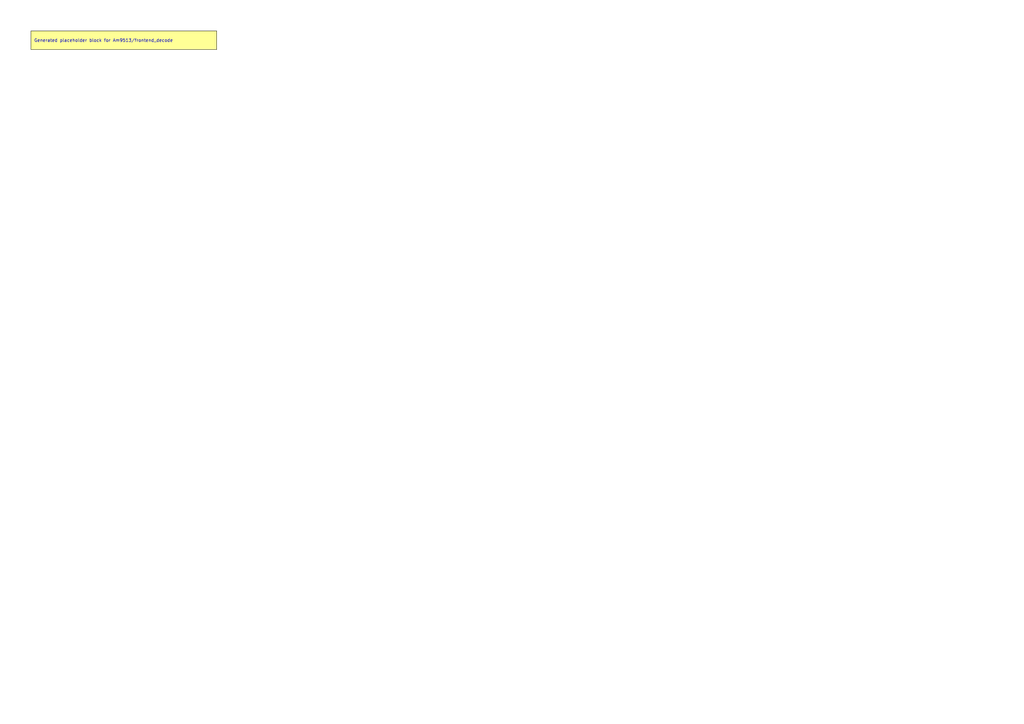
<source format=kicad_sch>
(kicad_sch
	(version 20250114)
	(generator "kicadgen")
	(generator_version "0.1")
	(uuid "0f711e9c-9c29-575d-a687-32731a8374fa")
	(paper "A3")
	(title_block
		(title "Am9513::frontend_decode")
		(company "Project Carbon")
		(comment 1 "Generated - do not edit in generated/")
		(comment 2 "Edit in schem/kicad9/manual/ or refine mapping specs")
	)
	(lib_symbols)
	(text_box
		"Generated placeholder block for Am9513/frontend_decode"
		(exclude_from_sim no)
		(at
			12.7
			12.7
			0
		)
		(size 76.2 7.62)
		(margins
			1.27
			1.27
			1.27
			1.27
		)
		(stroke
			(width 0)
			(type default)
			(color
				0
				0
				0
				1
			)
		)
		(fill
			(type color)
			(color
				255
				255
				150
				1
			)
		)
		(effects
			(font
				(size 1.27 1.27)
			)
			(justify left)
		)
		(uuid "29defd39-dcc6-563b-84c4-4c4ce97eee81")
	)
	(sheet_instances
		(path
			"/"
			(page "1")
		)
	)
	(embedded_fonts no)
)

</source>
